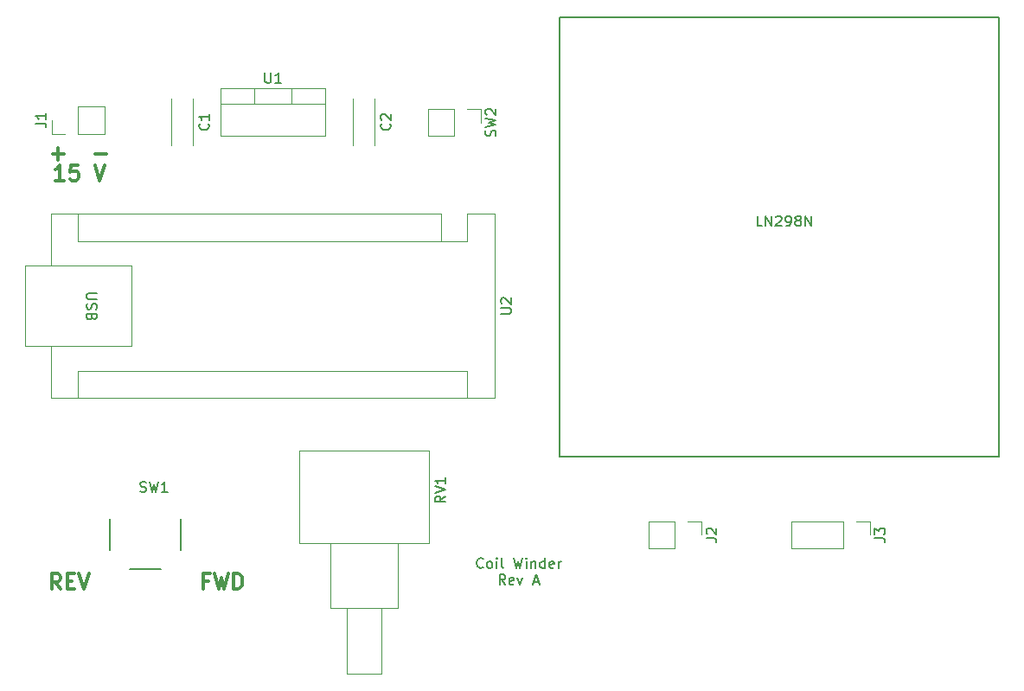
<source format=gbr>
%TF.GenerationSoftware,KiCad,Pcbnew,(6.0.11)*%
%TF.CreationDate,2023-01-29T20:34:14-05:00*%
%TF.ProjectId,Coil_Winder,436f696c-5f57-4696-9e64-65722e6b6963,rev?*%
%TF.SameCoordinates,Original*%
%TF.FileFunction,Legend,Top*%
%TF.FilePolarity,Positive*%
%FSLAX46Y46*%
G04 Gerber Fmt 4.6, Leading zero omitted, Abs format (unit mm)*
G04 Created by KiCad (PCBNEW (6.0.11)) date 2023-01-29 20:34:14*
%MOMM*%
%LPD*%
G01*
G04 APERTURE LIST*
%ADD10C,0.300000*%
%ADD11C,0.150000*%
%ADD12C,0.120000*%
%ADD13C,0.127000*%
G04 APERTURE END LIST*
D10*
X54142857Y-121678571D02*
X53642857Y-120964285D01*
X53285714Y-121678571D02*
X53285714Y-120178571D01*
X53857142Y-120178571D01*
X54000000Y-120250000D01*
X54071428Y-120321428D01*
X54142857Y-120464285D01*
X54142857Y-120678571D01*
X54071428Y-120821428D01*
X54000000Y-120892857D01*
X53857142Y-120964285D01*
X53285714Y-120964285D01*
X54785714Y-120892857D02*
X55285714Y-120892857D01*
X55500000Y-121678571D02*
X54785714Y-121678571D01*
X54785714Y-120178571D01*
X55500000Y-120178571D01*
X55928571Y-120178571D02*
X56428571Y-121678571D01*
X56928571Y-120178571D01*
X68607142Y-120892857D02*
X68107142Y-120892857D01*
X68107142Y-121678571D02*
X68107142Y-120178571D01*
X68821428Y-120178571D01*
X69250000Y-120178571D02*
X69607142Y-121678571D01*
X69892857Y-120607142D01*
X70178571Y-121678571D01*
X70535714Y-120178571D01*
X71107142Y-121678571D02*
X71107142Y-120178571D01*
X71464285Y-120178571D01*
X71678571Y-120250000D01*
X71821428Y-120392857D01*
X71892857Y-120535714D01*
X71964285Y-120821428D01*
X71964285Y-121035714D01*
X71892857Y-121321428D01*
X71821428Y-121464285D01*
X71678571Y-121607142D01*
X71464285Y-121678571D01*
X71107142Y-121678571D01*
D11*
X95523809Y-119552142D02*
X95476190Y-119599761D01*
X95333333Y-119647380D01*
X95238095Y-119647380D01*
X95095238Y-119599761D01*
X95000000Y-119504523D01*
X94952380Y-119409285D01*
X94904761Y-119218809D01*
X94904761Y-119075952D01*
X94952380Y-118885476D01*
X95000000Y-118790238D01*
X95095238Y-118695000D01*
X95238095Y-118647380D01*
X95333333Y-118647380D01*
X95476190Y-118695000D01*
X95523809Y-118742619D01*
X96095238Y-119647380D02*
X96000000Y-119599761D01*
X95952380Y-119552142D01*
X95904761Y-119456904D01*
X95904761Y-119171190D01*
X95952380Y-119075952D01*
X96000000Y-119028333D01*
X96095238Y-118980714D01*
X96238095Y-118980714D01*
X96333333Y-119028333D01*
X96380952Y-119075952D01*
X96428571Y-119171190D01*
X96428571Y-119456904D01*
X96380952Y-119552142D01*
X96333333Y-119599761D01*
X96238095Y-119647380D01*
X96095238Y-119647380D01*
X96857142Y-119647380D02*
X96857142Y-118980714D01*
X96857142Y-118647380D02*
X96809523Y-118695000D01*
X96857142Y-118742619D01*
X96904761Y-118695000D01*
X96857142Y-118647380D01*
X96857142Y-118742619D01*
X97476190Y-119647380D02*
X97380952Y-119599761D01*
X97333333Y-119504523D01*
X97333333Y-118647380D01*
X98523809Y-118647380D02*
X98761904Y-119647380D01*
X98952380Y-118933095D01*
X99142857Y-119647380D01*
X99380952Y-118647380D01*
X99761904Y-119647380D02*
X99761904Y-118980714D01*
X99761904Y-118647380D02*
X99714285Y-118695000D01*
X99761904Y-118742619D01*
X99809523Y-118695000D01*
X99761904Y-118647380D01*
X99761904Y-118742619D01*
X100238095Y-118980714D02*
X100238095Y-119647380D01*
X100238095Y-119075952D02*
X100285714Y-119028333D01*
X100380952Y-118980714D01*
X100523809Y-118980714D01*
X100619047Y-119028333D01*
X100666666Y-119123571D01*
X100666666Y-119647380D01*
X101571428Y-119647380D02*
X101571428Y-118647380D01*
X101571428Y-119599761D02*
X101476190Y-119647380D01*
X101285714Y-119647380D01*
X101190476Y-119599761D01*
X101142857Y-119552142D01*
X101095238Y-119456904D01*
X101095238Y-119171190D01*
X101142857Y-119075952D01*
X101190476Y-119028333D01*
X101285714Y-118980714D01*
X101476190Y-118980714D01*
X101571428Y-119028333D01*
X102428571Y-119599761D02*
X102333333Y-119647380D01*
X102142857Y-119647380D01*
X102047619Y-119599761D01*
X102000000Y-119504523D01*
X102000000Y-119123571D01*
X102047619Y-119028333D01*
X102142857Y-118980714D01*
X102333333Y-118980714D01*
X102428571Y-119028333D01*
X102476190Y-119123571D01*
X102476190Y-119218809D01*
X102000000Y-119314047D01*
X102904761Y-119647380D02*
X102904761Y-118980714D01*
X102904761Y-119171190D02*
X102952380Y-119075952D01*
X103000000Y-119028333D01*
X103095238Y-118980714D01*
X103190476Y-118980714D01*
X97690476Y-121257380D02*
X97357142Y-120781190D01*
X97119047Y-121257380D02*
X97119047Y-120257380D01*
X97500000Y-120257380D01*
X97595238Y-120305000D01*
X97642857Y-120352619D01*
X97690476Y-120447857D01*
X97690476Y-120590714D01*
X97642857Y-120685952D01*
X97595238Y-120733571D01*
X97500000Y-120781190D01*
X97119047Y-120781190D01*
X98500000Y-121209761D02*
X98404761Y-121257380D01*
X98214285Y-121257380D01*
X98119047Y-121209761D01*
X98071428Y-121114523D01*
X98071428Y-120733571D01*
X98119047Y-120638333D01*
X98214285Y-120590714D01*
X98404761Y-120590714D01*
X98500000Y-120638333D01*
X98547619Y-120733571D01*
X98547619Y-120828809D01*
X98071428Y-120924047D01*
X98880952Y-120590714D02*
X99119047Y-121257380D01*
X99357142Y-120590714D01*
X100452380Y-120971666D02*
X100928571Y-120971666D01*
X100357142Y-121257380D02*
X100690476Y-120257380D01*
X101023809Y-121257380D01*
D10*
X54500000Y-81678571D02*
X53642857Y-81678571D01*
X54071428Y-81678571D02*
X54071428Y-80178571D01*
X53928571Y-80392857D01*
X53785714Y-80535714D01*
X53642857Y-80607142D01*
X55857142Y-80178571D02*
X55142857Y-80178571D01*
X55071428Y-80892857D01*
X55142857Y-80821428D01*
X55285714Y-80750000D01*
X55642857Y-80750000D01*
X55785714Y-80821428D01*
X55857142Y-80892857D01*
X55928571Y-81035714D01*
X55928571Y-81392857D01*
X55857142Y-81535714D01*
X55785714Y-81607142D01*
X55642857Y-81678571D01*
X55285714Y-81678571D01*
X55142857Y-81607142D01*
X55071428Y-81535714D01*
X57500000Y-80178571D02*
X58000000Y-81678571D01*
X58500000Y-80178571D01*
X53357142Y-79107142D02*
X54500000Y-79107142D01*
X53928571Y-79678571D02*
X53928571Y-78535714D01*
X57500000Y-79107142D02*
X58642857Y-79107142D01*
D11*
X122833333Y-86152380D02*
X122357142Y-86152380D01*
X122357142Y-85152380D01*
X123166666Y-86152380D02*
X123166666Y-85152380D01*
X123738095Y-86152380D01*
X123738095Y-85152380D01*
X124166666Y-85247619D02*
X124214285Y-85200000D01*
X124309523Y-85152380D01*
X124547619Y-85152380D01*
X124642857Y-85200000D01*
X124690476Y-85247619D01*
X124738095Y-85342857D01*
X124738095Y-85438095D01*
X124690476Y-85580952D01*
X124119047Y-86152380D01*
X124738095Y-86152380D01*
X125214285Y-86152380D02*
X125404761Y-86152380D01*
X125500000Y-86104761D01*
X125547619Y-86057142D01*
X125642857Y-85914285D01*
X125690476Y-85723809D01*
X125690476Y-85342857D01*
X125642857Y-85247619D01*
X125595238Y-85200000D01*
X125500000Y-85152380D01*
X125309523Y-85152380D01*
X125214285Y-85200000D01*
X125166666Y-85247619D01*
X125119047Y-85342857D01*
X125119047Y-85580952D01*
X125166666Y-85676190D01*
X125214285Y-85723809D01*
X125309523Y-85771428D01*
X125500000Y-85771428D01*
X125595238Y-85723809D01*
X125642857Y-85676190D01*
X125690476Y-85580952D01*
X126261904Y-85580952D02*
X126166666Y-85533333D01*
X126119047Y-85485714D01*
X126071428Y-85390476D01*
X126071428Y-85342857D01*
X126119047Y-85247619D01*
X126166666Y-85200000D01*
X126261904Y-85152380D01*
X126452380Y-85152380D01*
X126547619Y-85200000D01*
X126595238Y-85247619D01*
X126642857Y-85342857D01*
X126642857Y-85390476D01*
X126595238Y-85485714D01*
X126547619Y-85533333D01*
X126452380Y-85580952D01*
X126261904Y-85580952D01*
X126166666Y-85628571D01*
X126119047Y-85676190D01*
X126071428Y-85771428D01*
X126071428Y-85961904D01*
X126119047Y-86057142D01*
X126166666Y-86104761D01*
X126261904Y-86152380D01*
X126452380Y-86152380D01*
X126547619Y-86104761D01*
X126595238Y-86057142D01*
X126642857Y-85961904D01*
X126642857Y-85771428D01*
X126595238Y-85676190D01*
X126547619Y-85628571D01*
X126452380Y-85580952D01*
X127071428Y-86152380D02*
X127071428Y-85152380D01*
X127642857Y-86152380D01*
X127642857Y-85152380D01*
X103000000Y-108700000D02*
X146000000Y-108700000D01*
X146000000Y-108700000D02*
X146000000Y-65700000D01*
X146000000Y-65700000D02*
X103000000Y-65700000D01*
X103000000Y-65700000D02*
X103000000Y-108700000D01*
%TO.C,J3*%
X133862380Y-116713333D02*
X134576666Y-116713333D01*
X134719523Y-116760952D01*
X134814761Y-116856190D01*
X134862380Y-116999047D01*
X134862380Y-117094285D01*
X133862380Y-116332380D02*
X133862380Y-115713333D01*
X134243333Y-116046666D01*
X134243333Y-115903809D01*
X134290952Y-115808571D01*
X134338571Y-115760952D01*
X134433809Y-115713333D01*
X134671904Y-115713333D01*
X134767142Y-115760952D01*
X134814761Y-115808571D01*
X134862380Y-115903809D01*
X134862380Y-116189523D01*
X134814761Y-116284761D01*
X134767142Y-116332380D01*
%TO.C,J2*%
X117357380Y-116713333D02*
X118071666Y-116713333D01*
X118214523Y-116760952D01*
X118309761Y-116856190D01*
X118357380Y-116999047D01*
X118357380Y-117094285D01*
X117452619Y-116284761D02*
X117405000Y-116237142D01*
X117357380Y-116141904D01*
X117357380Y-115903809D01*
X117405000Y-115808571D01*
X117452619Y-115760952D01*
X117547857Y-115713333D01*
X117643095Y-115713333D01*
X117785952Y-115760952D01*
X118357380Y-116332380D01*
X118357380Y-115713333D01*
%TO.C,J1*%
X51727380Y-76113333D02*
X52441666Y-76113333D01*
X52584523Y-76160952D01*
X52679761Y-76256190D01*
X52727380Y-76399047D01*
X52727380Y-76494285D01*
X52727380Y-75113333D02*
X52727380Y-75684761D01*
X52727380Y-75399047D02*
X51727380Y-75399047D01*
X51870238Y-75494285D01*
X51965476Y-75589523D01*
X52013095Y-75684761D01*
%TO.C,U1*%
X74168095Y-71142380D02*
X74168095Y-71951904D01*
X74215714Y-72047142D01*
X74263333Y-72094761D01*
X74358571Y-72142380D01*
X74549047Y-72142380D01*
X74644285Y-72094761D01*
X74691904Y-72047142D01*
X74739523Y-71951904D01*
X74739523Y-71142380D01*
X75739523Y-72142380D02*
X75168095Y-72142380D01*
X75453809Y-72142380D02*
X75453809Y-71142380D01*
X75358571Y-71285238D01*
X75263333Y-71380476D01*
X75168095Y-71428095D01*
%TO.C,SW1*%
X61953666Y-112139761D02*
X62096523Y-112187380D01*
X62334619Y-112187380D01*
X62429857Y-112139761D01*
X62477476Y-112092142D01*
X62525095Y-111996904D01*
X62525095Y-111901666D01*
X62477476Y-111806428D01*
X62429857Y-111758809D01*
X62334619Y-111711190D01*
X62144142Y-111663571D01*
X62048904Y-111615952D01*
X62001285Y-111568333D01*
X61953666Y-111473095D01*
X61953666Y-111377857D01*
X62001285Y-111282619D01*
X62048904Y-111235000D01*
X62144142Y-111187380D01*
X62382238Y-111187380D01*
X62525095Y-111235000D01*
X62858428Y-111187380D02*
X63096523Y-112187380D01*
X63287000Y-111473095D01*
X63477476Y-112187380D01*
X63715571Y-111187380D01*
X64620333Y-112187380D02*
X64048904Y-112187380D01*
X64334619Y-112187380D02*
X64334619Y-111187380D01*
X64239380Y-111330238D01*
X64144142Y-111425476D01*
X64048904Y-111473095D01*
%TO.C,U2*%
X97242380Y-94751904D02*
X98051904Y-94751904D01*
X98147142Y-94704285D01*
X98194761Y-94656666D01*
X98242380Y-94561428D01*
X98242380Y-94370952D01*
X98194761Y-94275714D01*
X98147142Y-94228095D01*
X98051904Y-94180476D01*
X97242380Y-94180476D01*
X97337619Y-93751904D02*
X97290000Y-93704285D01*
X97242380Y-93609047D01*
X97242380Y-93370952D01*
X97290000Y-93275714D01*
X97337619Y-93228095D01*
X97432857Y-93180476D01*
X97528095Y-93180476D01*
X97670952Y-93228095D01*
X98242380Y-93799523D01*
X98242380Y-93180476D01*
X57697619Y-92728095D02*
X56888095Y-92728095D01*
X56792857Y-92775714D01*
X56745238Y-92823333D01*
X56697619Y-92918571D01*
X56697619Y-93109047D01*
X56745238Y-93204285D01*
X56792857Y-93251904D01*
X56888095Y-93299523D01*
X57697619Y-93299523D01*
X56745238Y-93728095D02*
X56697619Y-93870952D01*
X56697619Y-94109047D01*
X56745238Y-94204285D01*
X56792857Y-94251904D01*
X56888095Y-94299523D01*
X56983333Y-94299523D01*
X57078571Y-94251904D01*
X57126190Y-94204285D01*
X57173809Y-94109047D01*
X57221428Y-93918571D01*
X57269047Y-93823333D01*
X57316666Y-93775714D01*
X57411904Y-93728095D01*
X57507142Y-93728095D01*
X57602380Y-93775714D01*
X57650000Y-93823333D01*
X57697619Y-93918571D01*
X57697619Y-94156666D01*
X57650000Y-94299523D01*
X57221428Y-95061428D02*
X57173809Y-95204285D01*
X57126190Y-95251904D01*
X57030952Y-95299523D01*
X56888095Y-95299523D01*
X56792857Y-95251904D01*
X56745238Y-95204285D01*
X56697619Y-95109047D01*
X56697619Y-94728095D01*
X57697619Y-94728095D01*
X57697619Y-95061428D01*
X57650000Y-95156666D01*
X57602380Y-95204285D01*
X57507142Y-95251904D01*
X57411904Y-95251904D01*
X57316666Y-95204285D01*
X57269047Y-95156666D01*
X57221428Y-95061428D01*
X57221428Y-94728095D01*
%TO.C,SW2*%
X96714761Y-77343333D02*
X96762380Y-77200476D01*
X96762380Y-76962380D01*
X96714761Y-76867142D01*
X96667142Y-76819523D01*
X96571904Y-76771904D01*
X96476666Y-76771904D01*
X96381428Y-76819523D01*
X96333809Y-76867142D01*
X96286190Y-76962380D01*
X96238571Y-77152857D01*
X96190952Y-77248095D01*
X96143333Y-77295714D01*
X96048095Y-77343333D01*
X95952857Y-77343333D01*
X95857619Y-77295714D01*
X95810000Y-77248095D01*
X95762380Y-77152857D01*
X95762380Y-76914761D01*
X95810000Y-76771904D01*
X95762380Y-76438571D02*
X96762380Y-76200476D01*
X96048095Y-76010000D01*
X96762380Y-75819523D01*
X95762380Y-75581428D01*
X95857619Y-75248095D02*
X95810000Y-75200476D01*
X95762380Y-75105238D01*
X95762380Y-74867142D01*
X95810000Y-74771904D01*
X95857619Y-74724285D01*
X95952857Y-74676666D01*
X96048095Y-74676666D01*
X96190952Y-74724285D01*
X96762380Y-75295714D01*
X96762380Y-74676666D01*
%TO.C,RV1*%
X91817380Y-112595238D02*
X91341190Y-112928571D01*
X91817380Y-113166666D02*
X90817380Y-113166666D01*
X90817380Y-112785714D01*
X90865000Y-112690476D01*
X90912619Y-112642857D01*
X91007857Y-112595238D01*
X91150714Y-112595238D01*
X91245952Y-112642857D01*
X91293571Y-112690476D01*
X91341190Y-112785714D01*
X91341190Y-113166666D01*
X90817380Y-112309523D02*
X91817380Y-111976190D01*
X90817380Y-111642857D01*
X91817380Y-110785714D02*
X91817380Y-111357142D01*
X91817380Y-111071428D02*
X90817380Y-111071428D01*
X90960238Y-111166666D01*
X91055476Y-111261904D01*
X91103095Y-111357142D01*
%TO.C,C2*%
X86377142Y-76136666D02*
X86424761Y-76184285D01*
X86472380Y-76327142D01*
X86472380Y-76422380D01*
X86424761Y-76565238D01*
X86329523Y-76660476D01*
X86234285Y-76708095D01*
X86043809Y-76755714D01*
X85900952Y-76755714D01*
X85710476Y-76708095D01*
X85615238Y-76660476D01*
X85520000Y-76565238D01*
X85472380Y-76422380D01*
X85472380Y-76327142D01*
X85520000Y-76184285D01*
X85567619Y-76136666D01*
X85567619Y-75755714D02*
X85520000Y-75708095D01*
X85472380Y-75612857D01*
X85472380Y-75374761D01*
X85520000Y-75279523D01*
X85567619Y-75231904D01*
X85662857Y-75184285D01*
X85758095Y-75184285D01*
X85900952Y-75231904D01*
X86472380Y-75803333D01*
X86472380Y-75184285D01*
%TO.C,C1*%
X68597142Y-76136666D02*
X68644761Y-76184285D01*
X68692380Y-76327142D01*
X68692380Y-76422380D01*
X68644761Y-76565238D01*
X68549523Y-76660476D01*
X68454285Y-76708095D01*
X68263809Y-76755714D01*
X68120952Y-76755714D01*
X67930476Y-76708095D01*
X67835238Y-76660476D01*
X67740000Y-76565238D01*
X67692380Y-76422380D01*
X67692380Y-76327142D01*
X67740000Y-76184285D01*
X67787619Y-76136666D01*
X68692380Y-75184285D02*
X68692380Y-75755714D01*
X68692380Y-75470000D02*
X67692380Y-75470000D01*
X67835238Y-75565238D01*
X67930476Y-75660476D01*
X67978095Y-75755714D01*
D12*
%TO.C,J3*%
X125670000Y-115050000D02*
X125670000Y-117710000D01*
X130810000Y-115050000D02*
X125670000Y-115050000D01*
X132080000Y-115050000D02*
X133410000Y-115050000D01*
X130810000Y-117710000D02*
X125670000Y-117710000D01*
X133410000Y-115050000D02*
X133410000Y-116380000D01*
X130810000Y-115050000D02*
X130810000Y-117710000D01*
%TO.C,J2*%
X115575000Y-115050000D02*
X116905000Y-115050000D01*
X111705000Y-115050000D02*
X111705000Y-117710000D01*
X114305000Y-115050000D02*
X111705000Y-115050000D01*
X114305000Y-115050000D02*
X114305000Y-117710000D01*
X116905000Y-115050000D02*
X116905000Y-116380000D01*
X114305000Y-117710000D02*
X111705000Y-117710000D01*
%TO.C,J1*%
X54605000Y-77110000D02*
X53275000Y-77110000D01*
X58475000Y-77110000D02*
X58475000Y-74450000D01*
X55875000Y-77110000D02*
X58475000Y-77110000D01*
X55875000Y-77110000D02*
X55875000Y-74450000D01*
X53275000Y-77110000D02*
X53275000Y-75780000D01*
X55875000Y-74450000D02*
X58475000Y-74450000D01*
%TO.C,U1*%
X69810000Y-72690000D02*
X80050000Y-72690000D01*
X73080000Y-72690000D02*
X73080000Y-74200000D01*
X76781000Y-72690000D02*
X76781000Y-74200000D01*
X69810000Y-72690000D02*
X69810000Y-77331000D01*
X69810000Y-77331000D02*
X80050000Y-77331000D01*
X80050000Y-72690000D02*
X80050000Y-77331000D01*
X69810000Y-74200000D02*
X80050000Y-74200000D01*
D13*
%TO.C,SW1*%
X63976000Y-119740000D02*
X60944000Y-119740000D01*
X65960000Y-117840000D02*
X65960000Y-114840000D01*
X58960000Y-117840000D02*
X58960000Y-114840000D01*
D12*
%TO.C,U2*%
X93980000Y-87640000D02*
X93980000Y-84970000D01*
X50670000Y-97930000D02*
X50670000Y-90050000D01*
X53210000Y-103010000D02*
X96650000Y-103010000D01*
X50670000Y-90050000D02*
X61090000Y-90050000D01*
X61090000Y-97930000D02*
X50670000Y-97930000D01*
X53210000Y-103010000D02*
X53210000Y-97930000D01*
X91440000Y-84970000D02*
X53210000Y-84970000D01*
X55880000Y-87640000D02*
X55880000Y-84970000D01*
X93980000Y-100340000D02*
X55880000Y-100340000D01*
X91440000Y-87640000D02*
X93980000Y-87640000D01*
X55880000Y-100340000D02*
X55880000Y-103010000D01*
X93980000Y-100340000D02*
X93980000Y-103010000D01*
X91440000Y-87640000D02*
X91440000Y-84970000D01*
X96650000Y-103010000D02*
X96650000Y-84970000D01*
X53210000Y-84970000D02*
X53210000Y-90050000D01*
X96650000Y-84970000D02*
X93980000Y-84970000D01*
X61090000Y-90050000D02*
X61090000Y-97930000D01*
X91440000Y-87640000D02*
X55880000Y-87640000D01*
%TO.C,SW2*%
X93980000Y-74680000D02*
X95310000Y-74680000D01*
X90110000Y-74680000D02*
X90110000Y-77340000D01*
X92710000Y-74680000D02*
X90110000Y-74680000D01*
X92710000Y-74680000D02*
X92710000Y-77340000D01*
X95310000Y-74680000D02*
X95310000Y-76010000D01*
X92710000Y-77340000D02*
X90110000Y-77340000D01*
%TO.C,RV1*%
X87160000Y-123550000D02*
X80570000Y-123550000D01*
X85569000Y-123550000D02*
X82160000Y-123550000D01*
X90235000Y-117200000D02*
X77495000Y-117200000D01*
X85569000Y-130000000D02*
X82160000Y-130000000D01*
X80570000Y-117200000D02*
X80570000Y-123550000D01*
X87160000Y-117200000D02*
X87160000Y-123550000D01*
X87160000Y-117200000D02*
X80570000Y-117200000D01*
X82160000Y-123550000D02*
X82160000Y-130000000D01*
X85569000Y-123550000D02*
X85569000Y-130000000D01*
X90235000Y-108130000D02*
X90235000Y-117200000D01*
X77495000Y-108130000D02*
X77495000Y-117200000D01*
X90235000Y-108130000D02*
X77495000Y-108130000D01*
%TO.C,C2*%
X82765000Y-73700000D02*
X82750000Y-73700000D01*
X84890000Y-78240000D02*
X84875000Y-78240000D01*
X84890000Y-73700000D02*
X84875000Y-73700000D01*
X82765000Y-78240000D02*
X82750000Y-78240000D01*
X84890000Y-73700000D02*
X84890000Y-78240000D01*
X82750000Y-73700000D02*
X82750000Y-78240000D01*
%TO.C,C1*%
X64985000Y-73700000D02*
X64970000Y-73700000D01*
X67110000Y-78240000D02*
X67095000Y-78240000D01*
X67110000Y-73700000D02*
X67095000Y-73700000D01*
X64985000Y-78240000D02*
X64970000Y-78240000D01*
X67110000Y-73700000D02*
X67110000Y-78240000D01*
X64970000Y-73700000D02*
X64970000Y-78240000D01*
%TD*%
M02*

</source>
